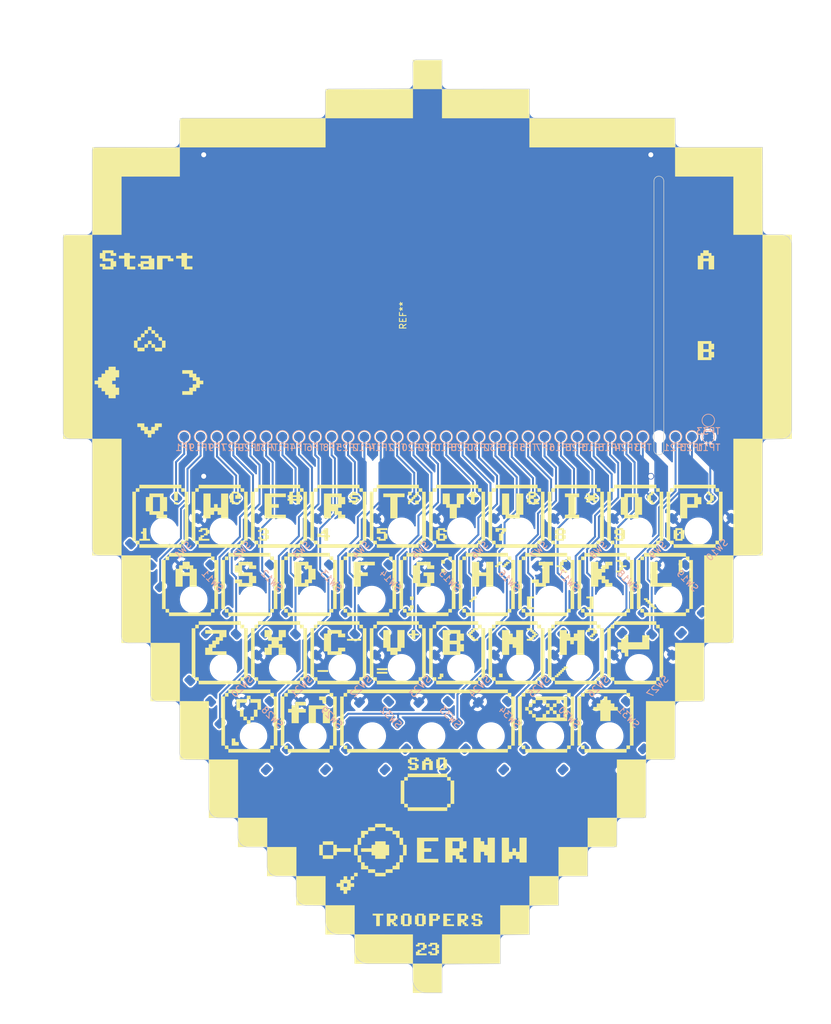
<source format=kicad_pcb>
(kicad_pcb (version 20221018) (generator pcbnew)
  (layers (0 "F.Cu" signal) (31 "B.Cu" signal) (34 "B.Paste" user) (35 "F.Paste" user) (36 "B.SilkS" user "B.Silkscreen") (37 "F.SilkS" user "F.Silkscreen") (38 "B.Mask" user) (39 "F.Mask" user) (44 "Edge.Cuts" user))
  (net 0 "")
  (net 1 "GND")
  (net 2 "/KEY0")
  (net 3 "/KEY8")
  (net 4 "/KEY16")
  (net 5 "/KEY24")
  (net 6 "/KEY1")
  (net 7 "/KEY9")
  (net 8 "/KEY17")
  (net 9 "/KEY25")
  (net 10 "/KEY2")
  (net 11 "/KEY10")
  (net 12 "/KEY18")
  (net 13 "/KEY26")
  (net 14 "/KEY3")
  (net 15 "/KEY11")
  (net 16 "/KEY19")
  (net 17 "/KEY27")
  (net 18 "/KEY4")
  (net 19 "/KEY12")
  (net 20 "/KEY20")
  (net 21 "/KEY28")
  (net 22 "/KEY5")
  (net 23 "/KEY13")
  (net 24 "/KEY21")
  (net 25 "/KEY29")
  (net 26 "/KEY6")
  (net 27 "/KEY14")
  (net 28 "/KEY22")
  (net 29 "/KEY30")
  (net 30 "/KEY7")
  (net 31 "/KEY15")
  (net 32 "/KEY23")
  (net 33 "/KEY31")
  (footprint "jeffmakes-kicad-library:Z280IT009" (layer "F.Cu") (at -28.6 -56 90)
    (fp_text reference "REF**")
    (fp_text value "Z280IT009")
    (fp_line (start -20.5 37.8) (end 20.5 37.8) (stroke (width 0.1)) (layer "Edge.Cuts"))
    (fp_line (start 20.5 39.3) (end -20.5 39.3) (stroke (width 0.1)) (layer "Edge.Cuts"))
    (fp_arc (start -20.5 39.3) (mid -21.25 38.55) (end -20.5 37.8) (stroke (width 0.1)) (layer "Edge.Cuts"))
    (fp_arc (start 20.5 37.8) (mid 21.25 38.55) (end 20.5 39.3) (stroke (width 0.1)) (layer "Edge.Cuts"))
  )
  (footprint "tr23-svg2sz:tr23-r1-svg2sz" (layer "F.Cu") (at -5.975 -20)
    (fp_text reference "Ref**" hide)
    (fp_text value "Val**" hide)
    (fp_line (start -74.999734 -47.81804) (end -74.999734 -18.19314) (stroke (width 0.1)) (layer "Edge.Cuts"))
    (fp_line (start -74.999734 -18.19314) (end -74.979434 -17.99114) (stroke (width 0.1)) (layer "Edge.Cuts"))
    (fp_line (start -74.989534 -47.91874) (end -74.999734 -47.81804) (stroke (width 0.1)) (layer "Edge.Cuts"))
    (fp_line (start -74.979434 -17.99114) (end -74.921134 -17.80414) (stroke (width 0.1)) (layer "Edge.Cuts"))
    (fp_line (start -74.960434 -48.01254) (end -74.989534 -47.91874) (stroke (width 0.1)) (layer "Edge.Cuts"))
    (fp_line (start -74.921134 -17.80414) (end -74.828934 -17.63414) (stroke (width 0.1)) (layer "Edge.Cuts"))
    (fp_line (start -74.914334 -48.09744) (end -74.960434 -48.01254) (stroke (width 0.1)) (layer "Edge.Cuts"))
    (fp_line (start -74.853334 -48.17134) (end -74.914334 -48.09744) (stroke (width 0.1)) (layer "Edge.Cuts"))
    (fp_line (start -74.828934 -17.63414) (end -74.706834 -17.48614) (stroke (width 0.1)) (layer "Edge.Cuts"))
    (fp_line (start -74.779334 -48.23234) (end -74.853334 -48.17134) (stroke (width 0.1)) (layer "Edge.Cuts"))
    (fp_line (start -74.706834 -17.48614) (end -74.558834 -17.36414) (stroke (width 0.1)) (layer "Edge.Cuts"))
    (fp_line (start -74.694534 -48.27844) (end -74.779334 -48.23234) (stroke (width 0.1)) (layer "Edge.Cuts"))
    (fp_line (start -74.600734 -48.30764) (end -74.694534 -48.27844) (stroke (width 0.1)) (layer "Edge.Cuts"))
    (fp_line (start -74.558834 -17.36414) (end -74.389034 -17.27214) (stroke (width 0.1)) (layer "Edge.Cuts"))
    (fp_line (start -74.500034 -48.31784) (end -74.600734 -48.30764) (stroke (width 0.1)) (layer "Edge.Cuts"))
    (fp_line (start -74.389034 -17.27214) (end -74.201334 -17.21314) (stroke (width 0.1)) (layer "Edge.Cuts"))
    (fp_line (start -74.201334 -17.21314) (end -73.999834 -17.19314) (stroke (width 0.1)) (layer "Edge.Cuts"))
    (fp_line (start -73.999834 -17.19314) (end -70.551934 -17.19164) (stroke (width 0.1)) (layer "Edge.Cuts"))
    (fp_line (start -70.551934 -61.15164) (end -70.551934 -49.31774) (stroke (width 0.1)) (layer "Edge.Cuts"))
    (fp_line (start -70.551934 -49.31774) (end -70.551934 -48.30341) (stroke (width 0.1)) (layer "Edge.Cuts"))
    (fp_line (start -70.551934 -48.30341) (end -74.500034 -48.31784) (stroke (width 0.1)) (layer "Edge.Cuts"))
    (fp_line (start -70.551934 -17.19164) (end -70.551934 -16.193127) (stroke (width 0.1)) (layer "Edge.Cuts"))
    (fp_line (start -70.551934 -16.193127) (end -70.551934 -0.402127) (stroke (width 0.1)) (layer "Edge.Cuts"))
    (fp_line (start -70.551934 -0.402127) (end -70.531634 -0.200127) (stroke (width 0.1)) (layer "Edge.Cuts"))
    (fp_line (start -70.541734 -61.25234) (end -70.551934 -61.15164) (stroke (width 0.1)) (layer "Edge.Cuts"))
    (fp_line (start -70.531634 -0.200127) (end -70.473334 -0.013127) (stroke (width 0.1)) (layer "Edge.Cuts"))
    (fp_line (start -70.512634 -61.34614) (end -70.541734 -61.25234) (stroke (width 0.1)) (layer "Edge.Cuts"))
    (fp_line (start -70.473334 -0.013127) (end -70.381134 0.156873) (stroke (width 0.1)) (layer "Edge.Cuts"))
    (fp_line (start -70.466534 -61.43094) (end -70.512634 -61.34614) (stroke (width 0.1)) (layer "Edge.Cuts"))
    (fp_line (start -70.405534 -61.50494) (end -70.466534 -61.43094) (stroke (width 0.1)) (layer "Edge.Cuts"))
    (fp_line (start -70.381134 0.156873) (end -70.259034 0.304873) (stroke (width 0.1)) (layer "Edge.Cuts"))
    (fp_line (start -70.331534 -61.56594) (end -70.405534 -61.50494) (stroke (width 0.1)) (layer "Edge.Cuts"))
    (fp_line (start -70.259034 0.304873) (end -70.111034 0.426873) (stroke (width 0.1)) (layer "Edge.Cuts"))
    (fp_line (start -70.246734 -61.61204) (end -70.331534 -61.56594) (stroke (width 0.1)) (layer "Edge.Cuts"))
    (fp_line (start -70.152934 -61.64114) (end -70.246734 -61.61204) (stroke (width 0.1)) (layer "Edge.Cuts"))
    (fp_line (start -70.111034 0.426873) (end -69.941234 0.519873) (stroke (width 0.1)) (layer "Edge.Cuts"))
    (fp_line (start -69.941234 0.519873) (end -69.753534 0.577873) (stroke (width 0.1)) (layer "Edge.Cuts"))
    (fp_line (start -69.800613 -61.6602) (end -70.152934 -61.64114) (stroke (width 0.1)) (layer "Edge.Cuts"))
    (fp_line (start -69.753534 0.577873) (end -69.552034 0.597873) (stroke (width 0.1)) (layer "Edge.Cuts"))
    (fp_line (start -69.552034 0.597873) (end -66.104134 0.596373) (stroke (width 0.1)) (layer "Edge.Cuts"))
    (fp_line (start -66.104134 0.596373) (end -66.104134 1.597827) (stroke (width 0.1)) (layer "Edge.Cuts"))
    (fp_line (start -66.104134 1.597827) (end -66.104134 12.941827) (stroke (width 0.1)) (layer "Edge.Cuts"))
    (fp_line (start -66.104134 12.941827) (end -66.083834 13.142827) (stroke (width 0.1)) (layer "Edge.Cuts"))
    (fp_line (start -66.083834 13.142827) (end -66.025534 13.330827) (stroke (width 0.1)) (layer "Edge.Cuts"))
    (fp_line (start -66.025534 13.330827) (end -65.933334 13.500827) (stroke (width 0.1)) (layer "Edge.Cuts"))
    (fp_line (start -65.933334 13.500827) (end -65.811234 13.648827) (stroke (width 0.1)) (layer "Edge.Cuts"))
    (fp_line (start -65.811234 13.648827) (end -65.663234 13.770827) (stroke (width 0.1)) (layer "Edge.Cuts"))
    (fp_line (start -65.663234 13.770827) (end -65.493434 13.862827) (stroke (width 0.1)) (layer "Edge.Cuts"))
    (fp_line (start -65.493434 13.862827) (end -65.305734 13.920827) (stroke (width 0.1)) (layer "Edge.Cuts"))
    (fp_line (start -65.305734 13.920827) (end -65.104234 13.941827) (stroke (width 0.1)) (layer "Edge.Cuts"))
    (fp_line (start -65.104234 13.941827) (end -61.656334 13.921297) (stroke (width 0.1)) (layer "Edge.Cuts"))
    (fp_line (start -61.656334 13.921297) (end -61.656334 14.941827) (stroke (width 0.1)) (layer "Edge.Cuts"))
    (fp_line (start -61.656334 14.941827) (end -61.656334 21.837827) (stroke (width 0.1)) (layer "Edge.Cuts"))
    (fp_line (start -61.656334 21.837827) (end -61.636034 22.038827) (stroke (width 0.1)) (layer "Edge.Cuts"))
    (fp_line (start -61.636034 22.038827) (end -61.577734 22.226827) (stroke (width 0.1)) (layer "Edge.Cuts"))
    (fp_line (start -61.577734 22.226827) (end -61.485534 22.396827) (stroke (width 0.1)) (layer "Edge.Cuts"))
    (fp_line (start -61.485534 22.396827) (end -61.363434 22.544827) (stroke (width 0.1)) (layer "Edge.Cuts"))
    (fp_line (start -61.363434 22.544827) (end -61.215534 22.666827) (stroke (width 0.1)) (layer "Edge.Cuts"))
    (fp_line (start -61.215534 22.666827) (end -61.045634 22.758827) (stroke (width 0.1)) (layer "Edge.Cuts"))
    (fp_line (start -61.045634 22.758827) (end -60.857934 22.816827) (stroke (width 0.1)) (layer "Edge.Cuts"))
    (fp_line (start -60.857934 22.816827) (end -60.656434 22.837827) (stroke (width 0.1)) (layer "Edge.Cuts"))
    (fp_line (start -60.656434 22.837827) (end -57.208534 22.841727) (stroke (width 0.1)) (layer "Edge.Cuts"))
    (fp_line (start -57.20857 -65.599444) (end -57.20857 -61.626737) (stroke (width 0.1)) (layer "Edge.Cuts"))
    (fp_line (start -57.20857 -61.626737) (end -69.800613 -61.6602) (stroke (width 0.1)) (layer "Edge.Cuts"))
    (fp_line (start -57.208534 22.841727) (end -57.208534 23.837871) (stroke (width 0.1)) (layer "Edge.Cuts"))
    (fp_line (start -57.208534 23.837871) (end -57.208534 30.73286) (stroke (width 0.1)) (layer "Edge.Cuts"))
    (fp_line (start -57.208534 30.73286) (end -57.188234 30.93486) (stroke (width 0.1)) (layer "Edge.Cuts"))
    (fp_line (start -57.19837 -65.700143) (end -57.20857 -65.599444) (stroke (width 0.1)) (layer "Edge.Cuts"))
    (fp_line (start -57.188234 30.93486) (end -57.129934 31.12286) (stroke (width 0.1)) (layer "Edge.Cuts"))
    (fp_line (start -57.16917 -65.793844) (end -57.19837 -65.700143) (stroke (width 0.1)) (layer "Edge.Cuts"))
    (fp_line (start -57.129934 31.12286) (end -57.037834 31.29186) (stroke (width 0.1)) (layer "Edge.Cuts"))
    (fp_line (start -57.12307 -65.878743) (end -57.16917 -65.793844) (stroke (width 0.1)) (layer "Edge.Cuts"))
    (fp_line (start -57.06207 -65.952743) (end -57.12307 -65.878743) (stroke (width 0.1)) (layer "Edge.Cuts"))
    (fp_line (start -57.037834 31.29186) (end -56.915734 31.43986) (stroke (width 0.1)) (layer "Edge.Cuts"))
    (fp_line (start -56.98807 -66.013744) (end -57.06207 -65.952743) (stroke (width 0.1)) (layer "Edge.Cuts"))
    (fp_line (start -56.915734 31.43986) (end -56.767734 31.56186) (stroke (width 0.1)) (layer "Edge.Cuts"))
    (fp_line (start -56.90327 -66.059843) (end -56.98807 -66.013744) (stroke (width 0.1)) (layer "Edge.Cuts"))
    (fp_line (start -56.80947 -66.088943) (end -56.90327 -66.059843) (stroke (width 0.1)) (layer "Edge.Cuts"))
    (fp_line (start -56.767734 31.56186) (end -56.597834 31.65486) (stroke (width 0.1)) (layer "Edge.Cuts"))
    (fp_line (start -56.70877 -66.099143) (end -56.80947 -66.088943) (stroke (width 0.1)) (layer "Edge.Cuts"))
    (fp_line (start -56.597834 31.65486) (end -56.410134 31.71286) (stroke (width 0.1)) (layer "Edge.Cuts"))
    (fp_line (start -56.410134 31.71286) (end -56.208634 31.73286) (stroke (width 0.1)) (layer "Edge.Cuts"))
    (fp_line (start -56.208634 31.73286) (end -52.760834 31.74846) (stroke (width 0.1)) (layer "Edge.Cuts"))
    (fp_line (start -52.760834 31.74846) (end -52.760834 32.73285) (stroke (width 0.1)) (layer "Edge.Cuts"))
    (fp_line (start -52.760834 32.73285) (end -52.760834 39.12885) (stroke (width 0.1)) (layer "Edge.Cuts"))
    (fp_line (start -52.760834 39.12885) (end -52.753034 39.28185) (stroke (width 0.1)) (layer "Edge.Cuts"))
    (fp_line (start -52.753034 39.28185) (end -52.730334 39.43085) (stroke (width 0.1)) (layer "Edge.Cuts"))
    (fp_line (start -52.730334 39.43085) (end -52.642834 39.71285) (stroke (width 0.1)) (layer "Edge.Cuts"))
    (fp_line (start -52.642834 39.71285) (end -52.504534 39.96685) (stroke (width 0.1)) (layer "Edge.Cuts"))
    (fp_line (start -52.504534 39.96685) (end -52.321334 40.18885) (stroke (width 0.1)) (layer "Edge.Cuts"))
    (fp_line (start -52.321334 40.18885) (end -52.099334 40.37285) (stroke (width 0.1)) (layer "Edge.Cuts"))
    (fp_line (start -52.099334 40.37285) (end -51.844534 40.51085) (stroke (width 0.1)) (layer "Edge.Cuts"))
    (fp_line (start -51.844534 40.51085) (end -51.562934 40.59785) (stroke (width 0.1)) (layer "Edge.Cuts"))
    (fp_line (start -51.562934 40.59785) (end -51.413934 40.62085) (stroke (width 0.1)) (layer "Edge.Cuts"))
    (fp_line (start -51.413934 40.62085) (end -51.260634 40.62885) (stroke (width 0.1)) (layer "Edge.Cuts"))
    (fp_line (start -51.260634 40.62885) (end -48.313034 40.62785) (stroke (width 0.1)) (layer "Edge.Cuts"))
    (fp_line (start -48.313034 40.62785) (end -48.313034 41.62914) (stroke (width 0.1)) (layer "Edge.Cuts"))
    (fp_line (start -48.313034 41.62914) (end -48.313034 43.57614) (stroke (width 0.1)) (layer "Edge.Cuts"))
    (fp_line (start -48.313034 43.57614) (end -48.305234 43.73014) (stroke (width 0.1)) (layer "Edge.Cuts"))
    (fp_line (start -48.305234 43.73014) (end -48.282534 43.87914) (stroke (width 0.1)) (layer "Edge.Cuts"))
    (fp_line (start -48.282534 43.87914) (end -48.195034 44.16014) (stroke (width 0.1)) (layer "Edge.Cuts"))
    (fp_line (start -48.195034 44.16014) (end -48.056734 44.41514) (stroke (width 0.1)) (layer "Edge.Cuts"))
    (fp_line (start -48.056734 44.41514) (end -47.873534 44.63714) (stroke (width 0.1)) (layer "Edge.Cuts"))
    (fp_line (start -47.873534 44.63714) (end -47.651534 44.82014) (stroke (width 0.1)) (layer "Edge.Cuts"))
    (fp_line (start -47.651534 44.82014) (end -47.396734 44.95914) (stroke (width 0.1)) (layer "Edge.Cuts"))
    (fp_line (start -47.396734 44.95914) (end -47.115134 45.04614) (stroke (width 0.1)) (layer "Edge.Cuts"))
    (fp_line (start -47.115134 45.04614) (end -46.966234 45.06914) (stroke (width 0.1)) (layer "Edge.Cuts"))
    (fp_line (start -46.966234 45.06914) (end -46.812834 45.07714) (stroke (width 0.1)) (layer "Edge.Cuts"))
    (fp_line (start -46.812834 45.07714) (end -43.865234 45.07414) (stroke (width 0.1)) (layer "Edge.Cuts"))
    (fp_line (start -43.865234 45.07414) (end -43.865234 46.07709) (stroke (width 0.1)) (layer "Edge.Cuts"))
    (fp_line (start -43.865234 46.07709) (end -43.865234 48.02409) (stroke (width 0.1)) (layer "Edge.Cuts"))
    (fp_line (start -43.865234 48.02409) (end -43.857434 48.17809) (stroke (width 0.1)) (layer "Edge.Cuts"))
    (fp_line (start -43.857434 48.17809) (end -43.834734 48.32709) (stroke (width 0.1)) (layer "Edge.Cuts"))
    (fp_line (start -43.834734 48.32709) (end -43.747234 48.60809) (stroke (width 0.1)) (layer "Edge.Cuts"))
    (fp_line (start -43.747234 48.60809) (end -43.608934 48.86309) (stroke (width 0.1)) (layer "Edge.Cuts"))
    (fp_line (start -43.608934 48.86309) (end -43.425734 49.08509) (stroke (width 0.1)) (layer "Edge.Cuts"))
    (fp_line (start -43.425734 49.08509) (end -43.203734 49.26809) (stroke (width 0.1)) (layer "Edge.Cuts"))
    (fp_line (start -43.203734 49.26809) (end -42.948934 49.40609) (stroke (width 0.1)) (layer "Edge.Cuts"))
    (fp_line (start -42.948934 49.40609) (end -42.667334 49.49409) (stroke (width 0.1)) (layer "Edge.Cuts"))
    (fp_line (start -42.667334 49.49409) (end -42.518434 49.51709) (stroke (width 0.1)) (layer "Edge.Cuts"))
    (fp_line (start -42.518434 49.51709) (end -42.365034 49.52409) (stroke (width 0.1)) (layer "Edge.Cuts"))
    (fp_line (start -42.365034 49.52409) (end -39.416934 49.51909) (stroke (width 0.1)) (layer "Edge.Cuts"))
    (fp_line (start -39.416934 49.51909) (end -39.416934 50.52384) (stroke (width 0.1)) (layer "Edge.Cuts"))
    (fp_line (start -39.416934 50.52384) (end -39.416934 52.47284) (stroke (width 0.1)) (layer "Edge.Cuts"))
    (fp_line (start -39.416934 52.47284) (end -39.409134 52.62584) (stroke (width 0.1)) (layer "Edge.Cuts"))
    (fp_line (start -39.409134 52.62584) (end -39.386434 52.77484) (stroke (width 0.1)) (layer "Edge.Cuts"))
    (fp_line (start -39.386434 52.77484) (end -39.298934 53.05584) (stroke (width 0.1)) (layer "Edge.Cuts"))
    (fp_line (start -39.298934 53.05584) (end -39.160634 53.31084) (stroke (width 0.1)) (layer "Edge.Cuts"))
    (fp_line (start -39.160634 53.31084) (end -38.977434 53.53284) (stroke (width 0.1)) (layer "Edge.Cuts"))
    (fp_line (start -38.977434 53.53284) (end -38.755434 53.71584) (stroke (width 0.1)) (layer "Edge.Cuts"))
    (fp_line (start -38.755434 53.71584) (end -38.500634 53.85484) (stroke (width 0.1)) (layer "Edge.Cuts"))
    (fp_line (start -38.500634 53.85484) (end -38.219034 53.94184) (stroke (width 0.1)) (layer "Edge.Cuts"))
    (fp_line (start -38.219034 53.94184) (end -38.070134 53.96484) (stroke (width 0.1)) (layer "Edge.Cuts"))
    (fp_line (start -38.070134 53.96484) (end -37.916734 53.97284) (stroke (width 0.1)) (layer "Edge.Cuts"))
    (fp_line (start -37.916734 53.97284) (end -37.866634 53.97284) (stroke (width 0.1)) (layer "Edge.Cuts"))
    (fp_line (start -37.866634 53.97284) (end -34.969134 53.99124) (stroke (width 0.1)) (layer "Edge.Cuts"))
    (fp_line (start -35.969034 -66.099143) (end -56.70877 -66.099143) (stroke (width 0.1)) (layer "Edge.Cuts"))
    (fp_line (start -34.969434 -66.099143) (end -35.969034 -66.099143) (stroke (width 0.1)) (layer "Edge.Cuts"))
    (fp_line (start -34.969134 -70.047243) (end -34.969434 -66.099143) (stroke (width 0.1)) (layer "Edge.Cuts"))
    (fp_line (start -34.969134 53.99124) (end -34.969134 54.97285) (stroke (width 0.1)) (layer "Edge.Cuts"))
    (fp_line (start -34.969134 54.97285) (end -34.969134 56.42085) (stroke (width 0.1)) (layer "Edge.Cuts"))
    (fp_line (start -34.969134 56.42085) (end -34.958734 56.62485) (stroke (width 0.1)) (layer "Edge.Cuts"))
    (fp_line (start -34.958934 -70.147943) (end -34.969134 -70.047243) (stroke (width 0.1)) (layer "Edge.Cuts"))
    (fp_line (start -34.958734 56.62485) (end -34.928434 56.82385) (stroke (width 0.1)) (layer "Edge.Cuts"))
    (fp_line (start -34.929734 -70.241643) (end -34.958934 -70.147943) (stroke (width 0.1)) (layer "Edge.Cuts"))
    (fp_line (start -34.928434 56.82385) (end -34.879134 57.01485) (stroke (width 0.1)) (layer "Edge.Cuts"))
    (fp_line (start -34.883734 -70.326543) (end -34.929734 -70.241643) (stroke (width 0.1)) (layer "Edge.Cuts"))
    (fp_line (start -34.879134 57.01485) (end -34.811934 57.19885) (stroke (width 0.1)) (layer "Edge.Cuts"))
    (fp_line (start -34.822634 -70.400443) (end -34.883734 -70.326543) (stroke (width 0.1)) (layer "Edge.Cuts"))
    (fp_line (start -34.811934 57.19885) (end -34.727734 57.37385) (stroke (width 0.1)) (layer "Edge.Cuts"))
    (fp_line (start -34.748734 -70.461544) (end -34.822634 -70.400443) (stroke (width 0.1)) (layer "Edge.Cuts"))
    (fp_line (start -34.727734 57.37385) (end -34.627534 57.53885) (stroke (width 0.1)) (layer "Edge.Cuts"))
    (fp_line (start -34.663834 -70.507543) (end -34.748734 -70.461544) (stroke (width 0.1)) (layer "Edge.Cuts"))
    (fp_line (start -34.627534 57.53885) (end -34.512434 57.69285) (stroke (width 0.1)) (layer "Edge.Cuts"))
    (fp_line (start -34.570134 -70.536744) (end -34.663834 -70.507543) (stroke (width 0.1)) (layer "Edge.Cuts"))
    (fp_line (start -34.512434 57.69285) (end -34.383334 57.83485) (stroke (width 0.1)) (layer "Edge.Cuts"))
    (fp_line (start -34.469434 -70.546943) (end -34.570134 -70.536744) (stroke (width 0.1)) (layer "Edge.Cuts"))
    (fp_line (start -34.383334 57.83485) (end -34.241334 57.96385) (stroke (width 0.1)) (layer "Edge.Cuts"))
    (fp_line (start -34.241334 57.96385) (end -34.087334 58.07885) (stroke (width 0.1)) (layer "Edge.Cuts"))
    (fp_line (start -34.087334 58.07885) (end -33.922534 58.17885) (stroke (width 0.1)) (layer "Edge.Cuts"))
    (fp_line (start -33.922534 58.17885) (end -33.747634 58.26285) (stroke (width 0.1)) (layer "Edge.Cuts"))
    (fp_line (start -33.747634 58.26285) (end -33.563934 58.33085) (stroke (width 0.1)) (layer "Edge.Cuts"))
    (fp_line (start -33.563934 58.33085) (end -33.372234 58.37985) (stroke (width 0.1)) (layer "Edge.Cuts"))
    (fp_line (start -33.372234 58.37985) (end -33.173734 58.40985) (stroke (width 0.1)) (layer "Edge.Cuts"))
    (fp_line (start -33.173734 58.40985) (end -32.969234 58.42085) (stroke (width 0.1)) (layer "Edge.Cuts"))
    (fp_line (start -32.969234 58.42085) (end -30.521334 58.41285) (stroke (width 0.1)) (layer "Edge.Cuts"))
    (fp_line (start -30.521334 58.41285) (end -30.521334 59.4195) (stroke (width 0.1)) (layer "Edge.Cuts"))
    (fp_line (start -30.521334 59.4195) (end -30.521334 60.8675) (stroke (width 0.1)) (layer "Edge.Cuts"))
    (fp_line (start -30.521334 60.8675) (end -30.510934 61.0725) (stroke (width 0.1)) (layer "Edge.Cuts"))
    (fp_line (start -30.510934 61.0725) (end -30.480634 61.2715) (stroke (width 0.1)) (layer "Edge.Cuts"))
    (fp_line (start -30.480634 61.2715) (end -30.431334 61.4625) (stroke (width 0.1)) (layer "Edge.Cuts"))
    (fp_line (start -30.431334 61.4625) (end -30.364134 61.6465) (stroke (width 0.1)) (layer "Edge.Cuts"))
    (fp_line (start -30.364134 61.6465) (end -30.279934 61.8215) (stroke (width 0.1)) (layer "Edge.Cuts"))
    (fp_line (start -30.279934 61.8215) (end -30.179734 61.9865) (stroke (width 0.1)) (layer "Edge.Cuts"))
    (fp_line (start -30.179734 61.9865) (end -30.064634 62.1405) (stroke (width 0.1)) (layer "Edge.Cuts"))
    (fp_line (start -30.064634 62.1405) (end -29.935534 62.2825) (stroke (width 0.1)) (layer "Edge.Cuts"))
    (fp_line (start -29.935534 62.2825) (end -29.793534 62.4115) (stroke (width 0.1)) (layer "Edge.Cuts"))
    (fp_line (start -29.793534 62.4115) (end -29.639634 62.5265) (stroke (width 0.1)) (layer "Edge.Cuts"))
    (fp_line (start -29.639634 62.5265) (end -29.474734 62.6265) (stroke (width 0.1)) (layer "Edge.Cuts"))
    (fp_line (start -29.474734 62.6265) (end -29.299934 62.7105) (stroke (width 0.1)) (layer "Edge.Cuts"))
    (fp_line (start -29.299934 62.7105) (end -29.116134 62.7775) (stroke (width 0.1)) (layer "Edge.Cuts"))
    (fp_line (start -29.116134 62.7775) (end -28.924534 62.8275) (stroke (width 0.1)) (layer "Edge.Cuts"))
    (fp_line (start -28.924534 62.8275) (end -28.725934 62.8575) (stroke (width 0.1)) (layer "Edge.Cuts"))
    (fp_line (start -28.725934 62.8575) (end -28.521434 62.8675) (stroke (width 0.1)) (layer "Edge.Cuts"))
    (fp_line (start -28.521434 62.8675) (end -21.625734 62.8695) (stroke (width 0.1)) (layer "Edge.Cuts"))
    (fp_line (start -21.625734 62.8695) (end -21.625734 63.86738) (stroke (width 0.1)) (layer "Edge.Cuts"))
    (fp_line (start -21.625734 63.86738) (end -21.625734 65.31538) (stroke (width 0.1)) (layer "Edge.Cuts"))
    (fp_line (start -21.625734 65.31538) (end -21.615434 65.52038) (stroke (width 0.1)) (layer "Edge.Cuts"))
    (fp_line (start -21.622634 -74.551344) (end -21.599934 -71.435244) (stroke (width 0.1)) (layer "Edge.Cuts"))
    (fp_line (start -21.615434 65.52038) (end -21.585134 65.71838) (stroke (width 0.1)) (layer "Edge.Cuts"))
    (fp_line (start -21.603734 -74.641944) (end -21.622634 -74.551344) (stroke (width 0.1)) (layer "Edge.Cuts"))
    (fp_line (start -21.599934 -71.435244) (end -21.599934 -70.60422) (stroke (width 0.1)) (layer "Edge.Cuts"))
    (fp_line (start -21.599934 -70.60422) (end -34.469434 -70.546943) (stroke (width 0.1)) (layer "Edge.Cuts"))
    (fp_line (start -21.585134 65.71838) (end -21.535834 65.91038) (stroke (width 0.1)) (layer "Edge.Cuts"))
    (fp_line (start -21.569334 -74.725844) (end -21.603734 -74.641944) (stroke (width 0.1)) (layer "Edge.Cuts"))
    (fp_line (start -21.535834 65.91038) (end -21.468534 66.09438) (stroke (width 0.1)) (layer "Edge.Cuts"))
    (fp_line (start -21.520934 -74.801144) (end -21.569334 -74.725844) (stroke (width 0.1)) (layer "Edge.Cuts"))
    (fp_line (start -21.468534 66.09438) (end -21.384834 66.26838) (stroke (width 0.1)) (layer "Edge.Cuts"))
    (fp_line (start -21.460134 -74.866544) (end -21.520934 -74.801144) (stroke (width 0.1)) (layer "Edge.Cuts"))
    (fp_line (start -21.388834 -74.920144) (end -21.460134 -74.866544) (stroke (width 0.1)) (layer "Edge.Cuts"))
    (fp_line (start -21.384834 66.26838) (end -21.283834 66.43338) (stroke (width 0.1)) (layer "Edge.Cuts"))
    (fp_line (start -21.307834 -74.960444) (end -21.388834 -74.920144) (stroke (width 0.1)) (layer "Edge.Cuts"))
    (fp_line (start -21.283834 66.43338) (end -21.168834 66.58738) (stroke (width 0.1)) (layer "Edge.Cuts"))
    (fp_line (start -21.219834 -74.985844) (end -21.307834 -74.960444) (stroke (width 0.1)) (layer "Edge.Cuts"))
    (fp_line (start -21.168834 66.58738) (end -21.039834 66.72938) (stroke (width 0.1)) (layer "Edge.Cuts"))
    (fp_line (start -21.125834 -74.994744) (end -21.219834 -74.985844) (stroke (width 0.1)) (layer "Edge.Cuts"))
    (fp_line (start -21.125791 -74.99474) (end -21.125834 -74.994744) (stroke (width 0.1)) (layer "Edge.Cuts"))
    (fp_line (start -21.039834 66.72938) (end -20.897834 66.85838) (stroke (width 0.1)) (layer "Edge.Cuts"))
    (fp_line (start -20.897834 66.85838) (end -20.743834 66.97438) (stroke (width 0.1)) (layer "Edge.Cuts"))
    (fp_line (start -20.743834 66.97438) (end -20.578834 67.07438) (stroke (width 0.1)) (layer "Edge.Cuts"))
    (fp_line (start -20.578834 67.07438) (end -20.403834 67.15838) (stroke (width 0.1)) (layer "Edge.Cuts"))
    (fp_line (start -20.403834 67.15838) (end -20.220834 67.22538) (stroke (width 0.1)) (layer "Edge.Cuts"))
    (fp_line (start -20.220834 67.22538) (end -20.028834 67.27438) (stroke (width 0.1)) (layer "Edge.Cuts"))
    (fp_line (start -20.028834 67.27438) (end -19.830834 67.30538) (stroke (width 0.1)) (layer "Edge.Cuts"))
    (fp_line (start -19.830834 67.30538) (end -19.625834 67.31538) (stroke (width 0.1)) (layer "Edge.Cuts"))
    (fp_line (start -19.625834 67.31538) (end -17.177834 67.31538) (stroke (width 0.1)) (layer "Edge.Cuts"))
    (fp_line (start -17.202791 -71.43524) (end -17.177791 -74.99474) (stroke (width 0.1)) (layer "Edge.Cuts"))
    (fp_line (start -17.202791 -70.523118) (end -17.202791 -71.43524) (stroke (width 0.1)) (layer "Edge.Cuts"))
    (fp_line (start -17.177834 62.95737) (end -8.282834 62.86737) (stroke (width 0.1)) (layer "Edge.Cuts"))
    (fp_line (start -17.177834 63.86738) (end -17.177834 62.95737) (stroke (width 0.1)) (layer "Edge.Cuts"))
    (fp_line (start -17.177834 67.31538) (end -17.177834 63.86738) (stroke (width 0.1)) (layer "Edge.Cuts"))
    (fp_line (start -17.177791 -74.99474) (end -21.125791 -74.99474) (stroke (width 0.1)) (layer "Edge.Cuts"))
    (fp_line (start -8.282834 58.48986) (end -3.833834 58.42036) (stroke (width 0.1)) (layer "Edge.Cuts"))
    (fp_line (start -8.282834 59.41937) (end -8.282834 58.48986) (stroke (width 0.1)) (layer "Edge.Cuts"))
    (fp_line (start -8.282834 62.86737) (end -8.282834 59.41937) (stroke (width 0.1)) (layer "Edge.Cuts"))
    (fp_line (start -3.835891 -66.09914) (end -3.833791 -70.54694) (stroke (width 0.1)) (layer "Edge.Cuts"))
    (fp_line (start -3.833834 54.03138) (end -0.936834 53.97238) (stroke (width 0.1)) (layer "Edge.Cuts"))
    (fp_line (start -3.833834 54.97236) (end -3.833834 54.03138) (stroke (width 0.1)) (layer "Edge.Cuts"))
    (fp_line (start -3.833834 58.42036) (end -3.833834 54.97236) (stroke (width 0.1)) (layer "Edge.Cuts"))
    (fp_line (start -3.833791 -70.54694) (end -17.202791 -70.523118) (stroke (width 0.1)) (layer "Edge.Cuts"))
    (fp_line (start -2.833834 -66.09914) (end -3.835891 -66.09914) (stroke (width 0.1)) (layer "Edge.Cuts"))
    (fp_line (start -0.936834 53.97238) (end 0.614166 53.97238) (stroke (width 0.1)) (layer "Edge.Cuts"))
    (fp_line (start 0.614166 49.53007) (end 5.061166 49.52307) (stroke (width 0.1)) (layer "Edge.Cuts"))
    (fp_line (start 0.614166 50.52338) (end 0.614166 49.53007) (stroke (width 0.1)) (layer "Edge.Cuts"))
    (fp_line (start 0.614166 53.97238) (end 0.614166 50.52338) (stroke (width 0.1)) (layer "Edge.Cuts"))
    (fp_line (start 5.061166 45.08671) (end 9.009166 45.07611) (stroke (width 0.1)) (layer "Edge.Cuts"))
    (fp_line (start 5.061166 46.07607) (end 5.061166 45.08671) (stroke (width 0.1)) (layer "Edge.Cuts"))
    (fp_line (start 5.061166 49.52307) (end 5.061166 46.07607) (stroke (width 0.1)) (layer "Edge.Cuts"))
    (fp_line (start 9.009166 45.07611) (end 9.110166 45.06511) (stroke (width 0.1)) (layer "Edge.Cuts"))
    (fp_line (start 9.110166 45.06511) (end 9.204166 45.03611) (stroke (width 0.1)) (layer "Edge.Cuts"))
    (fp_line (start 9.204166 45.03611) (end 9.289166 44.99011) (stroke (width 0.1)) (layer "Edge.Cuts"))
    (fp_line (start 9.289166 44.99011) (end 9.363166 44.92911) (stroke (width 0.1)) (layer "Edge.Cuts"))
    (fp_line (start 9.363166 44.92911) (end 9.424166 44.85511) (stroke (width 0.1)) (layer "Edge.Cuts"))
    (fp_line (start 9.424166 44.85511) (end 9.470166 44.77011) (stroke (width 0.1)) (layer "Edge.Cuts"))
    (fp_line (start 9.470166 44.77011) (end 9.499166 44.67711) (stroke (width 0.1)) (layer "Edge.Cuts"))
    (fp_line (start 9.499166 44.67711) (end 9.509166 44.57611) (stroke (width 0.1)) (layer "Edge.Cuts"))
    (fp_line (start 9.509166 40.64188) (end 13.457166 40.62808) (stroke (width 0.1)) (layer "Edge.Cuts"))
    (fp_line (start 9.509166 41.62811) (end 9.509166 40.64188) (stroke (width 0.1)) (layer "Edge.Cuts"))
    (fp_line (start 9.509166 44.57611) (end 9.509166 41.62811) (stroke (width 0.1)) (layer "Edge.Cuts"))
    (fp_line (start 13.457166 40.62808) (end 13.558166 40.61808) (stroke (width 0.1)) (layer "Edge.Cuts"))
    (fp_line (start 13.558166 40.61808) (end 13.652166 40.58908) (stroke (width 0.1)) (layer "Edge.Cuts"))
    (fp_line (start 13.652166 40.58908) (end 13.737166 40.54208) (stroke (width 0.1)) (layer "Edge.Cuts"))
    (fp_line (start 13.737166 40.54208) (end 13.810166 40.48108) (stroke (width 0.1)) (layer "Edge.Cuts"))
    (fp_line (start 13.810166 40.48108) (end 13.872166 40.40708) (stroke (width 0.1)) (layer "Edge.Cuts"))
    (fp_line (start 13.872166 40.40708) (end 13.918166 40.32308) (stroke (width 0.1)) (layer "Edge.Cuts"))
    (fp_line (start 13.918166 40.32308) (end 13.947166 40.22908) (stroke (width 0.1)) (layer "Edge.Cuts"))
    (fp_line (start 13.947166 40.22908) (end 13.957166 40.12808) (stroke (width 0.1)) (layer "Edge.Cuts"))
    (fp_line (start 13.957166 31.72169) (end 17.905166 31.73209) (stroke (width 0.1)) (layer "Edge.Cuts"))
    (fp_line (start 13.957166 32.73208) (end 13.957166 31.72169) (stroke (width 0.1)) (layer "Edge.Cuts"))
    (fp_line (start 13.957166 40.12808) (end 13.957166 32.73208) (stroke (width 0.1)) (layer "Edge.Cuts"))
    (fp_line (start 17.905166 31.73209) (end 18.006166 31.72209) (stroke (width 0.1)) (layer "Edge.Cuts"))
    (fp_line (start 18.006166 31.72209) (end 18.099166 31.69309) (stroke (width 0.1)) (layer "Edge.Cuts"))
    (fp_line (start 18.099166 31.69309) (end 18.184166 31.64709) (stroke (width 0.1)) (layer "Edge.Cuts"))
    (fp_line (start 18.184166 31.64709) (end 18.258166 31.58609) (stroke (width 0.1)) (layer "Edge.Cuts"))
    (fp_line (start 18.258166 31.58609) (end 18.319166 31.51209) (stroke (width 0.1)) (layer "Edge.Cuts"))
    (fp_line (start 18.319166 31.51209) (end 18.365166 31.42709) (stroke (width 0.1)) (layer "Edge.Cuts"))
    (fp_line (start 18.365166 31.42709) (end 18.395166 31.33309) (stroke (width 0.1)) (layer "Edge.Cuts"))
    (fp_line (start 18.395166 31.33309) (end 18.405166 31.23309) (stroke (width 0.1)) (layer "Edge.Cuts"))
    (fp_line (start 18.404997 -66.09914) (end -2.833834 -66.09914) (stroke (width 0.1)) (layer "Edge.Cuts"))
    (fp_line (start 18.405166 22.875828) (end 22.353166 22.837098) (stroke (width 0.1)) (layer "Edge.Cuts"))
    (fp_line (start 18.405166 23.837101) (end 18.405166 22.875828) (stroke (width 0.1)) (layer "Edge.Cuts"))
    (fp_line (start 18.405166 31.23309) (end 18.405166 23.837101) (stroke (width 0.1)) (layer "Edge.Cuts"))
    (fp_line (start 18.436307 -61.65134) (end 18.404997 -66.09914) (stroke (width 0.1)) (layer "Edge.Cuts"))
    (fp_line (start 19.404993 -61.65134) (end 18.436307 -61.65134) (stroke (width 0.1)) (layer "Edge.Cuts"))
    (fp_line (start 22.353166 22.837098) (end 22.453166 22.826098) (stroke (width 0.1)) (layer "Edge.Cuts"))
    (fp_line (start 22.453166 22.826098) (end 22.547166 22.797098) (stroke (width 0.1)) (layer "Edge.Cuts"))
    (fp_line (start 22.547166 22.797098) (end 22.632166 22.751098) (stroke (width 0.1)) (layer "Edge.Cuts"))
    (fp_line (start 22.632166 22.751098) (end 22.706166 22.690098) (stroke (width 0.1)) (layer "Edge.Cuts"))
    (fp_line (start 22.706166 22.690098) (end 22.767166 22.616098) (stroke (width 0.1)) (layer "Edge.Cuts"))
    (fp_line (start 22.767166 22.616098) (end 22.813166 22.531098) (stroke (width 0.1)) (layer "Edge.Cuts"))
    (fp_line (start 22.813166 22.531098) (end 22.842166 22.438098) (stroke (width 0.1)) (layer "Edge.Cuts"))
    (fp_line (start 22.842166 22.438098) (end 22.853166 22.337098) (stroke (width 0.1)) (layer "Edge.Cuts"))
    (fp_line (start 22.853166 13.914594) (end 26.30117 13.941094) (stroke (width 0.1)) (layer "Edge.Cuts"))
    (fp_line (start 22.853166 14.941098) (end 22.853166 13.914594) (stroke (width 0.1)) (layer "Edge.Cuts"))
    (fp_line (start 22.853166 22.337098) (end 22.853166 14.941098) (stroke (width 0.1)) (layer "Edge.Cuts"))
    (fp_line (start 26.30117 13.941094) (end 26.50217 13.920094) (stroke (width 0.1)) (layer "Edge.Cuts"))
    (fp_line (start 26.50217 13.920094) (end 26.69017 13.862094) (stroke (width 0.1)) (layer "Edge.Cuts"))
    (fp_line (start 26.69017 13.862094) (end 26.86017 13.770094) (stroke (width 0.1)) (layer "Edge.Cuts"))
    (fp_line (start 26.86017 13.770094) (end 27.00817 13.648094) (stroke (width 0.1)) (layer "Edge.Cuts"))
    (fp_line (start 27.00817 13.648094) (end 27.13017 13.500094) (stroke (width 0.1)) (layer "Edge.Cuts"))
    (fp_line (start 27.13017 13.500094) (end 27.22217 13.330094) (stroke (width 0.1)) (layer "Edge.Cuts"))
    (fp_line (start 27.22217 13.330094) (end 27.28117 13.142094) (stroke (width 0.1)) (layer "Edge.Cuts"))
    (fp_line (start 27.28117 13.142094) (end 27.30117 12.941094) (stroke (width 0.1)) (layer "Edge.Cuts"))
    (fp_line (start 27.30117 0.632147) (end 30.74917 0.597097) (stroke (width 0.1)) (layer "Edge.Cuts"))
    (fp_line (start 27.30117 1.597094) (end 27.30117 0.632147) (stroke (width 0.1)) (layer "Edge.Cuts"))
    (fp_line (start 27.30117 12.941094) (end 27.30117 1.597094) (stroke (width 0.1)) (layer "Edge.Cuts"))
    (fp_line (start 30.74917 0.597097) (end 30.95017 0.577097) (stroke (width 0.1)) (layer "Edge.Cuts"))
    (fp_line (start 30.95017 0.577097) (end 31.13817 0.519097) (stroke (width 0.1)) (layer "Edge.Cuts"))
    (fp_line (start 31.13817 0.519097) (end 31.30817 0.426097) (stroke (width 0.1)) (layer "Edge.Cuts"))
    (fp_line (start 31.30817 0.426097) (end 31.45617 0.304097) (stroke (width 0.1)) (layer "Edge.Cuts"))
    (fp_line (start 31.45617 0.304097) (end 31.57817 0.156097) (stroke (width 0.1)) (layer "Edge.Cuts"))
    (fp_line (start 31.57817 0.156097) (end 31.67017 -0.013903) (stroke (width 0.1)) (layer "Edge.Cuts"))
    (fp_line (start 31.67017 -0.013903) (end 31.72817 -0.200903) (stroke (width 0.1)) (layer "Edge.Cuts"))
    (fp_line (start 31.72817 -0.200903) (end 31.74917 -0.402903) (stroke (width 0.1)) (layer "Edge.Cuts"))
    (fp_line (start 31.74917 -61.65134) (end 19.404993 -61.65134) (stroke (width 0.1)) (layer "Edge.Cuts"))
    (fp_line (start 31.74917 -17.120622) (end 34.69617 -17.193902) (stroke (width 0.1)) (layer "Edge.Cuts"))
    (fp_line (start 31.74917 -16.193903) (end 31.74917 -17.120622) (stroke (width 0.1)) (layer "Edge.Cuts"))
    (fp_line (start 31.74917 -0.402903) (end 31.74917 -16.193903) (stroke (width 0.1)) (layer "Edge.Cuts"))
    (fp_line (start 31.77376 -48.318602) (end 31.74917 -61.65134) (stroke (width 0.1)) (layer "Edge.Cuts"))
    (fp_line (start 32.74917 -48.318602) (end 31.77376 -48.318602) (stroke (width 0.1)) (layer "Edge.Cuts"))
    (fp_line (start 34.69617 -48.318602) (end 32.74917 -48.318602) (stroke (width 0.1)) (layer "Edge.Cuts"))
    (fp_line (start 34.69617 -17.193902) (end 34.85017 -17.201902) (stroke (width 0.1)) (layer "Edge.Cuts"))
    (fp_line (start 34.85017 -48.310802) (end 34.69617 -48.318602) (stroke (width 0.1)) (layer "Edge.Cuts"))
    (fp_line (start 34.85017 -17.201902) (end 34.99917 -17.223902) (stroke (width 0.1)) (layer "Edge.Cuts"))
    (fp_line (start 34.99917 -48.288102) (end 34.85017 -48.310802) (stroke (width 0.1)) (layer "Edge.Cuts"))
    (fp_line (start 34.99917 -17.223902) (end 35.28017 -17.311902) (stroke (width 0.1)) (layer "Edge.Cuts"))
    (fp_line (start 35.28017 -48.200602) (end 34.99917 -48.288102) (stroke (width 0.1)) (layer "Edge.Cuts"))
    (fp_line (start 35.28017 -17.311902) (end 35.53517 -17.449902) (stroke (width 0.1)) (layer "Edge.Cuts"))
    (fp_line (start 35.53517 -48.062302) (end 35.28017 -48.200602) (stroke (width 0.1)) (layer "Edge.Cuts"))
    (fp_line (start 35.53517 -17.449902) (end 35.75717 -17.632902) (stroke (width 0.1)) (layer "Edge.Cuts"))
    (fp_line (start 35.75717 -47.879102) (end 35.53517 -48.062302) (stroke (width 0.1)) (layer "Edge.Cuts"))
    (fp_line (start 35.75717 -17.632902) (end 35.94017 -17.854902) (stroke (width 0.1)) (layer "Edge.Cuts"))
    (fp_line (start 35.94017 -47.657102) (end 35.75717 -47.879102) (stroke (width 0.1)) (layer "Edge.Cuts"))
    (fp_line (start 35.94017 -17.854902) (end 36.07817 -18.109902) (stroke (width 0.1)) (layer "Edge.Cuts"))
    (fp_line (start 36.07817 -47.402302) (end 35.94017 -47.657102) (stroke (width 0.1)) (layer "Edge.Cuts"))
    (fp_line (start 36.07817 -18.109902) (end 36.16617 -18.391902) (stroke (width 0.1)) (layer "Edge.Cuts"))
    (fp_line (start 36.16617 -47.120702) (end 36.07817 -47.402302) (stroke (width 0.1)) (layer "Edge.Cuts"))
    (fp_line (start 36.16617 -18.391902) (end 36.18917 -18.540902) (stroke (width 0.1)) (layer "Edge.Cuts"))
    (fp_line (start 36.18917 -46.971802) (end 36.16617 -47.120702) (stroke (width 0.1)) (layer "Edge.Cuts"))
    (fp_line (start 36.18917 -18.540902) (end 36.19617 -18.693902) (stroke (width 0.1)) (layer "Edge.Cuts"))
    (fp_line (start 36.19617 -46.818402) (end 36.18917 -46.971802) (stroke (width 0.1)) (layer "Edge.Cuts"))
    (fp_line (start 36.19617 -18.693902) (end 36.19617 -46.818402) (stroke (width 0.1)) (layer "Edge.Cuts"))
  )
  (footprint "jeffmakes-kicad-library:SW_SPST_TACT_6x6_REV_MOUNT" (layer "B.Cu") (at -33.796 8.15 135)
    (fp_text reference "SW32")
    (fp_text value "REV_TACT")
  )
  (footprint "TestPoint:TestPoint_Pad_D1.5mm" (layer "B.Cu") (at -45 -37.5)
    (fp_text reference "TP4")
    (fp_text value "~")
  )
  (footprint "TestPoint:TestPoint_Pad_D1.5mm" (layer "B.Cu") (at -2.5 -37.5)
    (fp_text reference "TP26")
    (fp_text value "~")
  )
  (footprint "jeffmakes-kicad-library:SW_SPST_TACT_6x6_REV_MOUNT" (layer "B.Cu") (at 6.916 -23.09 45)
    (fp_text reference "SW9")
    (fp_text value "REV_TACT")
  )
  (footprint "jeffmakes-kicad-library:SW_SPST_TACT_6x6_REV_MOUNT" (layer "B.Cu") (at -51.988 -12.67 135)
    (fp_text reference "SW12")
    (fp_text value "REV_TACT")
  )
  (footprint "TestPoint:TestPoint_Pad_D1.5mm" (layer "B.Cu") (at -27.5 -37.5)
    (fp_text reference "TP20")
    (fp_text value "~")
  )
  (footprint "jeffmakes-kicad-library:SW_SPST_TACT_6x6_REV_MOUNT" (layer "B.Cu") (at -56.518 -23.09 45)
    (fp_text reference "SW2")
    (fp_text value "REV_TACT")
  )
  (footprint "TestPoint:TestPoint_Pad_D1.5mm" (layer "B.Cu") (at -20 -37.5)
    (fp_text reference "TP28")
    (fp_text value "~")
  )
  (footprint "jeffmakes-kicad-library:SW_SPST_TACT_6x6_REV_MOUNT" (layer "B.Cu") (at -33.864 -12.67 135)
    (fp_text reference "SW14")
    (fp_text value "REV_TACT")
  )
  (footprint "TestPoint:TestPoint_Pad_D1.5mm" (layer "B.Cu") (at -15 -37.5)
    (fp_text reference "TP32")
    (fp_text value "~")
  )
  (footprint "TestPoint:TestPoint_Pad_D1.5mm" (layer "B.Cu") (at -12.5 -37.5)
    (fp_text reference "TP18")
    (fp_text value "~")
  )
  (footprint "TestPoint:TestPoint_Pad_D1.5mm" (layer "B.Cu") (at -40 -37.5)
    (fp_text reference "TP8")
    (fp_text value "~")
  )
  (footprint "jeffmakes-kicad-library:SW_SPST_TACT_6x6_REV_MOUNT" (layer "B.Cu") (at 2.384 -12.67 135)
    (fp_text reference "SW18")
    (fp_text value "REV_TACT")
  )
  (footprint "TestPoint:TestPoint_Pad_D1.5mm" (layer "B.Cu") (at -7.5 -37.5)
    (fp_text reference "TP7")
    (fp_text value "~")
  )
  (footprint "jeffmakes-kicad-library:SW_SPST_TACT_6x6_REV_MOUNT" (layer "B.Cu") (at -11.208 -23.09 45)
    (fp_text reference "SW7")
    (fp_text value "REV_TACT")
  )
  (footprint "TestPoint:TestPoint_Pad_D1.5mm" (layer "B.Cu") (at -30 -37.5)
    (fp_text reference "TP2")
    (fp_text value "~")
  )
  (footprint "TestPoint:TestPoint_Pad_D1.5mm" (layer "B.Cu") (at -35 -37.5)
    (fp_text reference "TP12")
    (fp_text value "~")
  )
  (footprint "jeffmakes-kicad-library:SW_SPST_TACT_6x6_REV_MOUNT" (layer "B.Cu") (at 15.978 -23.09 45)
    (fp_text reference "SW10")
    (fp_text value "REV_TACT")
  )
  (footprint "jeffmakes-kicad-library:SW_SPST_TACT_6x6_REV_MOUNT" (layer "B.Cu") (at -29.332 -23.09 45)
    (fp_text reference "SW5")
    (fp_text value "REV_TACT")
  )
  (footprint "TestPoint:TestPoint_Pad_D1.5mm" (layer "B.Cu") (at -37.5 -37.5)
    (fp_text reference "TP25")
    (fp_text value "~")
  )
  (footprint "jeffmakes-kicad-library:SW_SPST_TACT_6x6_REV_MOUNT" (layer "B.Cu") (at -6.61 8.15 135)
    (fp_text reference "SW30")
    (fp_text value "REV_TACT")
  )
  (footprint "TestPoint:TestPoint_Pad_D1.5mm" (layer "B.Cu") (at -50 -37.5)
    (fp_text reference "TP31")
    (fp_text value "~")
  )
  (footprint "TestPoint:TestPoint_Pad_D1.5mm" (layer "B.Cu") (at -17.5 -37.5)
    (fp_text reference "TP30")
    (fp_text value "~")
  )
  (footprint "TestPoint:TestPoint_Pad_D1.5mm" (layer "B.Cu") (at 15 -37.5)
    (fp_text reference "TP23")
    (fp_text value "~")
  )
  (footprint "TestPoint:TestPoint_Pad_D1.5mm" (layer "B.Cu") (at 17.5 -37.5)
    (fp_text reference "TP11")
    (fp_text value "~")
  )
  (footprint "TestPoint:TestPoint_Pad_D1.5mm" (layer "B.Cu") (at -47.5 -37.5)
    (fp_text reference "TP17")
    (fp_text value "~")
  )
  (footprint "jeffmakes-kicad-library:SW_SPST_TACT_6x6_REV_MOUNT" (layer "B.Cu") (at -11.21 -2.26 45)
    (fp_text reference "SW25")
    (fp_text value "REV_TACT")
  )
  (footprint "TestPoint:TestPoint_Pad_D1.5mm" (layer "B.Cu") (at -22.5 -37.5)
    (fp_text reference "TP10")
    (fp_text value "~")
  )
  (footprint "jeffmakes-kicad-library:SW_SPST_TACT_6x6_REV_MOUNT" (layer "B.Cu") (at -29.334 -2.26 45)
    (fp_text reference "SW23")
    (fp_text value "REV_TACT")
  )
  (footprint "TestPoint:TestPoint_Pad_D1.5mm" (layer "B.Cu") (at 17.5 -40)
    (fp_text reference "TP33")
    (fp_text value "~")
  )
  (footprint "jeffmakes-kicad-library:SW_SPST_TACT_6x6_REV_MOUNT" (layer "B.Cu") (at -24.734 8.15 135)
    (fp_text reference "SW33")
    (fp_text value "REV_TACT")
  )
  (footprint "jeffmakes-kicad-library:SW_SPST_TACT_6x6_REV_MOUNT" (layer "B.Cu") (at -2.148 -2.26 45)
    (fp_text reference "SW26")
    (fp_text value "REV_TACT")
  )
  (footprint "jeffmakes-kicad-library:SW_SPST_TACT_6x6_REV_MOUNT" (layer "B.Cu") (at -65.58 -23.09 45)
    (fp_text reference "SW1")
    (fp_text value "REV_TACT")
  )
  (footprint "jeffmakes-kicad-library:SW_SPST_TACT_6x6_REV_MOUNT" (layer "B.Cu") (at -47.456 -23.09 45)
    (fp_text reference "SW3")
    (fp_text value "REV_TACT")
  )
  (footprint "TestPoint:TestPoint_Pad_D1.5mm" (layer "B.Cu") (at -60 -37.5)
    (fp_text reference "TP19")
    (fp_text value "~")
  )
  (footprint "jeffmakes-kicad-library:SW_SPST_TACT_6x6_REV_MOUNT" (layer "B.Cu") (at -56.52 -2.26 45)
    (fp_text reference "SW20")
    (fp_text value "REV_TACT")
  )
  (footprint "jeffmakes-kicad-library:SW_SPST_TACT_6x6_REV_MOUNT" (layer "B.Cu") (at 2.452 8.15 135)
    (fp_text reference "SW31")
    (fp_text value "REV_TACT")
  )
  (footprint "TestPoint:TestPoint_Pad_D1.5mm" (layer "B.Cu") (at -25 -37.5)
    (fp_text reference "TP22")
    (fp_text value "~")
  )
  (footprint "TestPoint:TestPoint_Pad_D1.5mm" (layer "B.Cu") (at 12.5 -37.5)
    (fp_text reference "TP21")
    (fp_text value "~")
  )
  (footprint "jeffmakes-kicad-library:SW_SPST_TACT_6x6_REV_MOUNT" (layer "B.Cu") (at -42.858 8.15 135)
    (fp_text reference "SW29")
    (fp_text value "REV_TACT")
  )
  (footprint "jeffmakes-kicad-library:SW_SPST_TACT_6x6_REV_MOUNT" (layer "B.Cu") (at -38.394 -23.09 45)
    (fp_text reference "SW4")
    (fp_text value "REV_TACT")
  )
  (footprint "jeffmakes-kicad-library:SW_SPST_TACT_6x6_REV_MOUNT" (layer "B.Cu") (at -24.802 -12.67 135)
    (fp_text reference "SW15")
    (fp_text value "REV_TACT")
  )
  (footprint "jeffmakes-kicad-library:SW_SPST_TACT_6x6_REV_MOUNT" (layer "B.Cu") (at -51.92 8.15 135)
    (fp_text reference "SW28")
    (fp_text value "REV_TACT")
  )
  (footprint "TestPoint:TestPoint_Pad_D1.5mm" (layer "B.Cu") (at -57.5 -37.5)
    (fp_text reference "TP9")
    (fp_text value "~")
  )
  (footprint "jeffmakes-kicad-library:SW_SPST_TACT_6x6_REV_MOUNT" (layer "B.Cu") (at -20.27 -23.09 45)
    (fp_text reference "SW6")
    (fp_text value "REV_TACT")
  )
  (footprint "TestPoint:TestPoint_Pad_D1.5mm" (layer "B.Cu") (at -52.5 -37.5)
    (fp_text reference "TP29")
    (fp_text value "~")
  )
  (footprint "jeffmakes-kicad-library:SW_SPST_TACT_6x6_REV_MOUNT" (layer "B.Cu") (at -6.678 -12.67 135)
    (fp_text reference "SW17")
    (fp_text value "REV_TACT")
  )
  (footprint "jeffmakes-kicad-library:SW_SPST_TACT_6x6_REV_MOUNT" (layer "B.Cu") (at -15.74 -12.67 135)
    (fp_text reference "SW16")
    (fp_text value "REV_TACT")
  )
  (footprint "jeffmakes-kicad-library:SW_SPST_TACT_6x6_REV_MOUNT" (layer "B.Cu") (at 6.914 -2.26 45)
    (fp_text reference "SW27")
    (fp_text value "REV_TACT")
  )
  (footprint "jeffmakes-kicad-library:SW_SPST_TACT_6x6_REV_MOUNT" (layer "B.Cu") (at 11.446 -12.67 135)
    (fp_text reference "SW19")
    (fp_text value "REV_TACT")
  )
  (footprint "TestPoint:TestPoint_Pad_D1.5mm" (layer "B.Cu") (at -55 -37.5)
    (fp_text reference "TP27")
    (fp_text value "~")
  )
  (footprint "jeffmakes-kicad-library:SW_SPST_TACT_6x6_REV_MOUNT" (layer "B.Cu") (at -15.672 8.15 135)
    (fp_text reference "SW34")
    (fp_text value "REV_TACT")
  )
  (footprint "jeffmakes-kicad-library:SW_SPST_TACT_6x6_REV_MOUNT" (layer "B.Cu") (at -2.146 -23.09 45)
    (fp_text reference "SW8")
    (fp_text value "REV_TACT")
  )
  (footprint "TestPoint:TestPoint_Pad_D1.5mm" (layer "B.Cu") (at 2.5 -37.5)
    (fp_text reference "TP15")
    (fp_text value "~")
  )
  (footprint "TestPoint:TestPoint_Pad_D1.5mm" (layer "B.Cu") (at -32.5 -37.5)
    (fp_text reference "TP14")
    (fp_text value "~")
  )
  (footprint "jeffmakes-kicad-library:SW_SPST_TACT_6x6_REV_MOUNT" (layer "B.Cu") (at -38.396 -2.26 45)
    (fp_text reference "SW22")
    (fp_text value "REV_TACT")
  )
  (footprint "jeffmakes-kicad-library:SW_SPST_TACT_6x6_REV_MOUNT" (layer "B.Cu") (at -61.05 -12.67 135)
    (fp_text reference "SW11")
    (fp_text value "REV_TACT")
  )
  (footprint "jeffmakes-kicad-library:SW_SPST_TACT_6x6_REV_MOUNT" (layer "B.Cu") (at -47.458 -2.26 45)
    (fp_text reference "SW21")
    (fp_text value "REV_TACT")
  )
  (footprint "TestPoint:TestPoint_Pad_D1.5mm" (layer "B.Cu") (at -10 -37.5)
    (fp_text reference "TP5")
    (fp_text value "~")
  )
  (footprint "TestPoint:TestPoint_Pad_D1.5mm" (layer "B.Cu") (at 7.5 -37.5)
    (fp_text reference "TP3")
    (fp_text value "~")
  )
  (footprint "jeffmakes-kicad-library:SW_SPST_TACT_6x6_REV_MOUNT" (layer "B.Cu") (at -20.272 -2.26 45)
    (fp_text reference "SW24")
    (fp_text value "REV_TACT")
  )
  (footprint "TestPoint:TestPoint_Pad_D1.5mm" (layer "B.Cu") (at 0 -37.5)
    (fp_text reference "TP13")
    (fp_text value "~")
  )
  (footprint "TestPoint:TestPoint_Pad_D1.5mm" (layer "B.Cu") (at 5 -37.5)
    (fp_text reference "TP24")
    (fp_text value "~")
  )
  (footprint "TestPoint:TestPoint_Pad_D1.5mm" (layer "B.Cu") (at -62.5 -37.5)
    (fp_text reference "TP1")
    (fp_text value "~")
  )
  (footprint "TestPoint:TestPoint_Pad_D1.5mm" (layer "B.Cu") (at -42.5 -37.5)
    (fp_text reference "TP6")
    (fp_text value "~")
  )
  (footprint "TestPoint:TestPoint_Pad_D1.5mm" (layer "B.Cu") (at -5 -37.5)
    (fp_text reference "TP16")
    (fp_text value "~")
  )
  (footprint "jeffmakes-kicad-library:SW_SPST_TACT_6x6_REV_MOUNT" (layer "B.Cu") (at -42.926 -12.67 135)
    (fp_text reference "SW13")
    (fp_text value "REV_TACT")
  )
  (segment (start -63.75 -28.331068) (end -63.75 -33.65) (width 0.3) (layer "B.Cu") (net 2))
  (segment (start -62.5 -34.9) (end -62.5 -37.5) (width 0.3) (layer "B.Cu") (net 2))
  (segment (start -63.635456 -28.216524) (end -63.75 -28.331068) (width 0.3) (layer "B.Cu") (net 2))
  (segment (start -63.75 -33.65) (end -62.5 -34.9) (width 0.3) (layer "B.Cu") (net 2))
  (segment (start -57.5 -34.5) (end -57.5 -37.5) (width 0.3) (layer "B.Cu") (net 3))
  (segment (start -54.573456 -28.216524) (end -54.573456 -31.573456) (width 0.3) (layer "B.Cu") (net 3))
  (segment (start -54.573456 -31.573456) (end -57.5 -34.5) (width 0.3) (layer "B.Cu") (net 3))
  (segment (start -47.5 -37.5) (end -47.5 -34.7) (width 0.3) (layer "B.Cu") (net 4))
  (segment (start -47.5 -34.7) (end -45.511456 -32.711456) (width 0.3) (layer "B.Cu") (net 4))
  (segment (start -45.511456 -28.216524) (end -45.511456 -32.488544) (width 0.3) (layer "B.Cu") (net 4))
  (segment (start -45.511456 -32.488544) (end -45.5 -32.5) (width 0.3) (layer "B.Cu") (net 4))
  (segment (start -45.511456 -32.711456) (end -45.511456 -32.488544) (width 0.3) (layer "B.Cu") (net 4))
  (segment (start -37.5 -37.5) (end -37.5 -34.7) (width 0.3) (layer "B.Cu") (net 5))
  (segment (start -37.5 -34.7) (end -36.449456 -33.649456) (width 0.3) (layer "B.Cu") (net 5))
  (segment (start -36.449456 -33.649456) (end -36.449456 -28.216524) (width 0.3) (layer "B.Cu") (net 5))
  (segment (start -30 -37.5) (end -30 -34.6) (width 0.3) (layer "B.Cu") (net 6))
  (segment (start -30 -34.6) (end -27.387456 -31.987456) (width 0.3) (layer "B.Cu") (net 6))
  (segment (start -27.387456 -31.987456) (end -27.387456 -28.216524) (width 0.3) (layer "B.Cu") (net 6))
  (segment (start -22.5 -37.5) (end -22.5 -34.7) (width 0.3) (layer "B.Cu") (net 7))
  (segment (start -18.4 -30.6) (end -18.4 -28.291068) (width 0.3) (layer "B.Cu") (net 7))
  (segment (start -22.5 -34.7) (end -18.4 -30.6) (width 0.3) (layer "B.Cu") (net 7))
  (segment (start -18.4 -28.291068) (end -18.325456 -28.216524) (width 0.3) (layer "B.Cu") (net 7))
  (segment (start -9.263456 -28.216524) (end -9.263456 -31.2) (width 0.3) (layer "B.Cu") (net 8))
  (segment (start -12.5 -34.436544) (end -9.263456 -31.2) (width 0.3) (layer "B.Cu") (net 8))
  (segment (start -12.5 -37.5) (end -12.5 -34.436544) (width 0.3) (layer "B.Cu") (net 8))
  (segment (start -2.5 -37.5) (end -2.5 -34.698544) (width 0.3) (layer "B.Cu") (net 9))
  (segment (start -2.5 -34.698544) (end -0.201456 -32.4) (width 0.3) (layer "B.Cu") (net 9))
  (segment (start -0.201456 -28.216524) (end -0.201456 -32.4) (width 0.3) (layer "B.Cu") (net 9))
  (segment (start 7.5 -29.577068) (end 7.5 -37.5) (width 0.3) (layer "B.Cu") (net 10))
  (segment (start 8.860544 -28.216524) (end 7.5 -29.577068) (width 0.3) (layer "B.Cu") (net 10))
  (segment (start 17.5 -34.5) (end 17.5 -37.5) (width 0.3) (layer "B.Cu") (net 11))
  (segment (start 17.8 -34.2) (end 17.5 -34.5) (width 0.3) (layer "B.Cu") (net 11))
  (segment (start 17.922544 -28.216524) (end 17.8 -28.339068) (width 0.3) (layer "B.Cu") (net 11))
  (segment (start 17.8 -28.339068) (end 17.8 -34.2) (width 0.3) (layer "B.Cu") (net 11))
  (segment (start -60 -34.6) (end -60 -37.5) (width 0.3) (layer "B.Cu") (net 12))
  (segment (start -63 -26.5) (end -62 -27.5) (width 0.3) (layer "B.Cu") (net 12))
  (segment (start -62 -32.6) (end -60 -34.6) (width 0.3) (layer "B.Cu") (net 12))
  (segment (start -66.176524 -14.614544) (end -66.176524 -18.823476) (width 0.3) (layer "B.Cu") (net 12))
  (segment (start -66.176524 -18.823476) (end -63 -22) (width 0.3) (layer "B.Cu") (net 12))
  (segment (start -62 -27.5) (end -62 -32.6) (width 0.3) (layer "B.Cu") (net 12))
  (segment (start -63 -22) (end -63 -26.5) (width 0.3) (layer "B.Cu") (net 12))
  (segment (start -52 -31.65) (end -52 -27.25) (width 0.3) (layer "B.Cu") (net 13))
  (segment (start -52 -27.25) (end -54 -25.25) (width 0.3) (layer "B.Cu") (net 13))
  (segment (start -54 -22.25) (end -57.114524 -19.135476) (width 0.3) (layer "B.Cu") (net 13))
  (segment (start -55 -34.65) (end -52 -31.65) (width 0.3) (layer "B.Cu") (net 13))
  (segment (start -57.114524 -19.135476) (end -57.114524 -14.614544) (width 0.3) (layer "B.Cu") (net 13))
  (segment (start -54 -25.25) (end -54 -22.25) (width 0.3) (layer "B.Cu") (net 13))
  (segment (start -55 -37.5) (end -55 -34.65) (width 0.3) (layer "B.Cu") (net 13))
  (segment (start -48.052524 -19.311495) (end -48.052524 -14.614544) (width 0.3) (layer "B.Cu") (net 14))
  (segment (start -45 -37.5) (end -45 -34.8) (width 0.3) (layer "B.Cu") (net 14))
  (segment (start -45 -22.364019) (end -48.052524 -19.311495) (width 0.3) (layer "B.Cu") (net 14))
  (segment (start -43 -32.8) (end -43 -27.25) (width 0.3) (layer "B.Cu") (net 14))
  (segment (start -43 -27.25) (end -45 -25.25) (width 0.3) (layer "B.Cu") (net 14))
  (segment (start -45 -34.8) (end -43 -32.8) (width 0.3) (layer "B.Cu") (net 14))
  (segment (start -45 -25.25) (end -45 -22.364019) (width 0.3) (layer "B.Cu") (net 14))
  (segment (start -36 -22.302019) (end -38.990524 -19.311495) (width 0.3) (layer "B.Cu") (net 15))
  (segment (start -38.990524 -19.311495) (end -38.990524 -14.614544) (width 0.3) (layer "B.Cu") (net 15))
  (segment (start -36 -25.25) (end -36 -22.302019) (width 0.3) (layer "B.Cu") (net 15))
  (segment (start -35 -26.25) (end -36 -25.25) (width 0.3) (layer "B.Cu") (net 15))
  (segment (start -35 -37.5) (end -35 -26.25) (width 0.3) (layer "B.Cu") (net 15))
  (segment (start -27.5 -34.7) (end -27.5 -37.5) (width 0.3) (layer "B.Cu") (net 16))
  (segment (start -24.75 -27.45) (end -24.75 -31.95) (width 0.3) (layer "B.Cu") (net 16))
  (segment (start -26.75 -25.45) (end -24.75 -27.45) (width 0.3) (layer "B.Cu") (net 16))
  (segment (start -29.928524 -14.614544) (end -29.928524 -19.311495) (width 0.3) (layer "B.Cu") (net 16))
  (segment (start -29.928524 -19.311495) (end -26.75 -22.490019) (width 0.3) (layer "B.Cu") (net 16))
  (segment (start -24.75 -31.95) (end -27.5 -34.7) (width 0.3) (layer "B.Cu") (net 16))
  (segment (start -26.75 -22.490019) (end -26.75 -25.45) (width 0.3) (layer "B.Cu") (net 16))
  (segment (start -17.6 -22.578019) (end -17.6 -25.15) (width 0.3) (layer "B.Cu") (net 17))
  (segment (start -20.866524 -19.311495) (end -17.6 -22.578019) (width 0.3) (layer "B.Cu") (net 17))
  (segment (start -20.866524 -14.614544) (end -20.866524 -19.311495) (width 0.3) (layer "B.Cu") (net 17))
  (segment (start -15.75 -27) (end -15.75 -30.4) (width 0.3) (layer "B.Cu") (net 17))
  (segment (start -17.6 -25.15) (end -15.75 -27) (width 0.3) (layer "B.Cu") (net 17))
  (segment (start -20 -34.65) (end -20 -37.5) (width 0.3) (layer "B.Cu") (net 17))
  (segment (start -15.75 -30.4) (end -20 -34.65) (width 0.3) (layer "B.Cu") (net 17))
  (segment (start -10 -37.5) (end -10 -34.5) (width 0.3) (layer "B.Cu") (net 18))
  (segment (start -10 -34.5) (end -6.5 -31) (width 0.3) (layer "B.Cu") (net 18))
  (segment (start -8.499501 -25.794097) (end -6.5 -27.793598) (width 0.3) (layer "B.Cu") (net 18))
  (segment (start -11.804524 -14.614544) (end -11.804524 -19.311496) (width 0.3) (layer "B.Cu") (net 18))
  (segment (start -11.804524 -19.311496) (end -8.499501 -22.616519) (width 0.3) (layer "B.Cu") (net 18))
  (segment (start -8.499501 -22.616519) (end -8.499501 -25.794097) (width 0.3) (layer "B.Cu") (net 18))
  (segment (start -6.5 -27.793598) (end -6.5 -31) (width 0.3) (layer "B.Cu") (net 18))
  (segment (start 0.2 -25.45) (end 2.75 -28) (width 0.3) (layer "B.Cu") (net 19))
  (segment (start 2.75 -28) (end 2.75 -31.8) (width 0.3) (layer "B.Cu") (net 19))
  (segment (start -2.742524 -19.311496) (end 0.2 -22.25402) (width 0.3) (layer "B.Cu") (net 19))
  (segment (start 2.75 -31.8) (end 0 -34.55) (width 0.3) (layer "B.Cu") (net 19))
  (segment (start -2.742524 -14.614544) (end -2.742524 -19.311496) (width 0.3) (layer "B.Cu") (net 19))
  (segment (start 0 -34.55) (end 0 -37.5) (width 0.3) (layer "B.Cu") (net 19))
  (segment (start 0.2 -22.25402) (end 0.2 -25.45) (width 0.3) (layer "B.Cu") (net 19))
  (segment (start 12.5 -29.25) (end 12.5 -37.5) (width 0.3) (layer "B.Cu") (net 20))
  (segment (start 6.319476 -14.614544) (end 6.319476 -18.875492) (width 0.3) (layer "B.Cu") (net 20))
  (segment (start 6.319476 -18.875492) (end 10 -22.556016) (width 0.3) (layer "B.Cu") (net 20))
  (segment (start 10 -22.556016) (end 10 -26.75) (width 0.3) (layer "B.Cu") (net 20))
  (segment (start 10 -26.75) (end 12.5 -29.25) (width 0.3) (layer "B.Cu") (net 20))
  (segment (start -51 -27.25) (end -53.4 -24.85) (width 0.3) (layer "B.Cu") (net 21))
  (segment (start -53.4 -24.85) (end -53.4 -21.9968) (width 0.3) (layer "B.Cu") (net 21))
  (segment (start -55.25 -20.1468) (end -55.25 -16.75) (width 0.3) (layer "B.Cu") (net 21))
  (segment (start -55.25 -16.75) (end -54.575456 -16.075456) (width 0.3) (layer "B.Cu") (net 21))
  (segment (start -52.4 -34.6) (end -51 -33.2) (width 0.3) (layer "B.Cu") (net 21))
  (segment (start -52.5 -37.5) (end -52.4 -37.4) (width 0.3) (layer "B.Cu") (net 21))
  (segment (start -51 -33.2) (end -51 -27.25) (width 0.3) (layer "B.Cu") (net 21))
  (segment (start -53.4 -21.9968) (end -55.25 -20.1468) (width 0.3) (layer "B.Cu") (net 21))
  (segment (start -52.4 -37.4) (end -52.4 -34.6) (width 0.3) (layer "B.Cu") (net 21))
  (segment (start -54.575456 -16.075456) (end -54.575456 -7.386524) (width 0.3) (layer "B.Cu") (net 21))
  (segment (start -46.25 -20.25) (end -46.25 -16.75) (width 0.3) (layer "B.Cu") (net 22))
  (segment (start -42.5 -37.5) (end -42.5 -34.7) (width 0.3) (layer "B.Cu") (net 22))
  (segment (start -42.5 -34.7) (end -42 -34.2) (width 0.3) (layer "B.Cu") (net 22))
  (segment (start -46.25 -16.75) (end -45.513456 -16.013456) (width 0.3) (layer "B.Cu") (net 22))
  (segment (start -45.513456 -16.013456) (end -45.513456 -7.386524) (width 0.3) (layer "B.Cu") (net 22))
  (segment (start -42 -27.25) (end -44.25 -25) (width 0.3) (layer "B.Cu") (net 22))
  (segment (start -44.25 -25) (end -44.25 -22.25) (width 0.3) (layer "B.Cu") (net 22))
  (segment (start -44.25 -22.25) (end -46.25 -20.25) (width 0.3) (layer "B.Cu") (net 22))
  (segment (start -42 -34.2) (end -42 -27.25) (width 0.3) (layer "B.Cu") (net 22))
  (segment (start -36.451456 -15.951456) (end -36.451456 -7.386524) (width 0.3) (layer "B.Cu") (net 23))
  (segment (start -32.5 -27.75) (end -35.4 -24.85) (width 0.3) (layer "B.Cu") (net 23))
  (segment (start -35.4 -21.85) (end -37.25 -20) (width 0.3) (layer "B.Cu") (net 23))
  (segment (start -37.25 -16.75) (end -36.451456 -15.951456) (width 0.3) (layer "B.Cu") (net 23))
  (segment (start -32.5 -37.5) (end -32.5 -27.75) (width 0.3) (layer "B.Cu") (net 23))
  (segment (start -35.4 -24.85) (end -35.4 -21.85) (width 0.3) (layer "B.Cu") (net 23))
  (segment (start -37.25 -20) (end -37.25 -16.75) (width 0.3) (layer "B.Cu") (net 23))
  (segment (start -28 -20.5) (end -28 -16.5) (width 0.3) (layer "B.Cu") (net 24))
  (segment (start -25 -34.6) (end -23.75 -33.35) (width 0.3) (layer "B.Cu") (net 24))
  (segment (start -26 -22.5) (end -28 -20.5) (width 0.3) (layer "B.Cu") (net 24))
  (segment (start -26 -25.25) (end -26 -22.5) (width 0.3) (layer "B.Cu") (net 24))
  (segment (start -23.75 -33.35) (end -23.75 -27.5) (width 0.3) (layer "B.Cu") (net 24))
  (segment (start -28 -16.5) (end -27.389456 -15.889456) (width 0.3) (layer "B.Cu") (net 24))
  (segment (start -27.389456 -15.889456) (end -27.389456 -7.386524) (width 0.3) (layer "B.Cu") (net 24))
  (segment (start -25 -37.5) (end -25 -34.6) (width 0.3) (layer "B.Cu") (net 24))
  (segment (start -23.75 -27.5) (end -26 -25.25) (width 0.3) (layer "B.Cu") (net 24))
  (segment (start -14.75 -31.55) (end -17.5 -34.3) (width 0.3) (layer "B.Cu") (net 25))
  (segment (start -17.5 -34.3) (end -17.5 -37.5) (width 0.3) (layer "B.Cu") (net 25))
  (segment (start -17 -22.25) (end -17 -25) (width 0.3) (layer "B.Cu") (net 25))
  (segment (start -14.75 -27.25) (end -14.75 -31.55) (width 0.3) (layer "B.Cu") (net 25))
  (segment (start -17 -25) (end -14.75 -27.25) (width 0.3) (layer "B.Cu") (net 25))
  (segment (start -18.327456 -7.386524) (end -18.327456 -16.077456) (width 0.3) (layer "B.Cu") (net 25))
  (segment (start -18.327456 -16.077456) (end -19 -16.75) (width 0.3) (layer "B.Cu") (net 25))
  (segment (start -19 -16.75) (end -19 -20.25) (width 0.3) (layer "B.Cu") (net 25))
  (segment (start -19 -20.25) (end -17 -22.25) (width 0.3) (layer "B.Cu") (net 25))
  (segment (start -7.5 -34.55) (end -5.75 -32.8) (width 0.3) (layer "B.Cu") (net 26))
  (segment (start -8 -25.5) (end -5.75 -27.75) (width 0.3) (layer "B.Cu") (net 26))
  (segment (start -9.265456 -16.015456) (end -10 -16.75) (width 0.3) (layer "B.Cu") (net 26))
  (segment (start -5.75 -27.75) (end -5.75 -32.8) (width 0.3) (layer "B.Cu") (net 26))
  (segment (start -7.5 -37.5) (end -7.5 -34.55) (width 0.3) (layer "B.Cu") (net 26))
  (segment (start -9.265456 -7.386524) (end -9.265456 -16.015456) (width 0.3) (layer "B.Cu") (net 26))
  (segment (start -10 -16.75) (end -10 -20.409618) (width 0.3) (layer "B.Cu") (net 26))
  (segment (start -8 -22.409618) (end -8 -25.5) (width 0.3) (layer "B.Cu") (net 26))
  (segment (start -10 -20.409618) (end -8 -22.409618) (width 0.3) (layer "B.Cu") (net 26))
  (segment (start 0.8 -25.3) (end 0.8 -22.147618) (width 0.3) (layer "B.Cu") (net 27))
  (segment (start 3.75 -33.5) (end 3.75 -28.25) (width 0.3) (layer "B.Cu") (net 27))
  (segment (start 2.5 -34.75) (end 3.75 -33.5) (width 0.3) (layer "B.Cu") (net 27))
  (segment (start 3.75 -28.25) (end 0.8 -25.3) (width 0.3) (layer "B.Cu") (net 27))
  (segment (start -0.203456 -15.953456) (end -0.203456 -7.386524) (width 0.3) (layer "B.Cu") (net 27))
  (segment (start -1 -16.75) (end -0.203456 -15.953456) (width 0.3) (layer "B.Cu") (net 27))
  (segment (start -1 -20.347618) (end -1 -16.75) (width 0.3) (layer "B.Cu") (net 27))
  (segment (start 0.8 -22.147618) (end -1 -20.347618) (width 0.3) (layer "B.Cu") (net 27))
  (segment (start 2.5 -37.5) (end 2.5 -34.75) (width 0.3) (layer "B.Cu") (net 27))
  (segment (start 8.25 -15.75) (end 8.25 -20.099614) (width 0.3) (layer "B.Cu") (net 28))
  (segment (start 8.858544 -15.141456) (end 8.25 -15.75) (width 0.3) (layer "B.Cu") (net 28))
  (segment (start 15 -31) (end 15 -37.5) (width 0.3) (layer "B.Cu") (net 28))
  (segment (start 10.5 -22.349614) (end 10.5 -26.5) (width 0.3) (layer "B.Cu") (net 28))
  (segment (start 8.858544 -7.386524) (end 8.858544 -15.141456) (width 0.3) (layer "B.Cu") (net 28))
  (segment (start 8.25 -20.099614) (end 10.5 -22.349614) (width 0.3) (layer "B.Cu") (net 28))
  (segment (start 10.5 -26.5) (end 15 -31) (width 0.3) (layer "B.Cu") (net 28))
  (segment (start -49 -25.25) (end -50.6 -23.65) (width 0.3) (layer "B.Cu") (net 29))
  (segment (start -50 -37.5) (end -50 -34.6) (width 0.3) (layer "B.Cu") (net 29))
  (segment (start -50.6 -23.65) (end -50.6 -17.1) (width 0.3) (layer "B.Cu") (net 29))
  (segment (start -50 -34.6) (end -49 -33.6) (width 0.3) (layer "B.Cu") (net 29))
  (segment (start -53.25 -2) (end -57.046524 1.796524) (width 0.3) (layer "B.Cu") (net 29))
  (segment (start -57.046524 1.796524) (end -57.046524 6.205456) (width 0.3) (layer "B.Cu") (net 29))
  (segment (start -49.5 -10.25) (end -53.25 -6.5) (width 0.3) (layer "B.Cu") (net 29))
  (segment (start -49 -33.6) (end -49 -25.25) (width 0.3) (layer "B.Cu") (net 29))
  (segment (start -50.6 -17.1) (end -49.5 -16) (width 0.3) (layer "B.Cu") (net 29))
  (segment (start -53.25 -6.5) (end -53.25 -2) (width 0.3) (layer "B.Cu") (net 29))
  (segment (start -49.5 -16) (end -49.5 -10.25) (width 0.3) (layer "B.Cu") (net 29))
  (segment (start -40.5 -10.25) (end -44.333126 -6.416874) (width 0.3) (layer "B.Cu") (net 30))
  (segment (start -40 -34.7) (end -39.5 -34.2) (width 0.3) (layer "B.Cu") (net 30))
  (segment (start -40.5 -16) (end -40.5 -10.25) (width 0.3) (layer "B.Cu") (net 30))
  (segment (start -41.75 -23.5) (end -41.75 -17.25) (width 0.3) (layer "B.Cu") (net 30))
  (segment (start -41.75 -17.25) (end -40.5 -16) (width 0.3) (layer "B.Cu") (net 30))
  (segment (start -47.984524 1.734524) (end -47.984524 6.205456) (width 0.3) (layer "B.Cu") (net 30))
  (segment (start -39.5 -34.2) (end -39.5 -25.75) (width 0.3) (layer "B.Cu") (net 30))
  (segment (start -44.333126 -1.916874) (end -47.984524 1.734524) (width 0.3) (layer "B.Cu") (net 30))
  (segment (start -44.333126 -6.416874) (end -44.333126 -1.916874) (width 0.3) (layer "B.Cu") (net 30))
  (segment (start -40 -37.5) (end -40 -34.7) (width 0.3) (layer "B.Cu") (net 30))
  (segment (start -39.5 -25.75) (end -41.75 -23.5) (width 0.3) (layer "B.Cu") (net 30))
  (segment (start -3 -26) (end -3 -32.6) (width 0.3) (layer "B.Cu") (net 31))
  (segment (start -4.25 -10.25) (end -7.75 -6.75) (width 0.3) (layer "B.Cu") (net 31))
  (segment (start -5 -34.6) (end -3 -32.6) (width 0.3) (layer "B.Cu") (net 31))
  (segment (start -7.75 -1.75) (end -11.736524 2.236524) (width 0.3) (layer "B.Cu") (net 31))
  (segment (start -5.5 -23.5) (end -3 -26) (width 0.3) (layer "B.Cu") (net 31))
  (segment (start -5.5 -20) (end -5.5 -16.75) (width 0.3) (layer "B.Cu") (net 31))
  (segment (start -5 -37.5) (end -5 -34.6) (width 0.3) (layer "B.Cu") (net 31))
  (segment (start -7.75 -6.75) (end -7.75 -1.75) (width 0.3) (layer "B.Cu") (net 31))
  (segment (start -4.25 -15.5) (end -4.25 -10.25) (width 0.3) (layer "B.Cu") (net 31))
  (segment (start -11.736524 2.236524) (end -11.736524 6.205456) (width 0.3) (layer "B.Cu") (net 31))
  (segment (start -5.5 -20) (end -5.5 -23.5) (width 0.3) (layer "B.Cu") (net 31))
  (segment (start -5.5 -16.75) (end -4.25 -15.5) (width 0.3) (layer "B.Cu") (net 31))
  (segment (start 1.25 -7.5) (end 5 -11.25) (width 0.3) (layer "B.Cu") (net 32))
  (segment (start -2.674524 6.205456) (end -2.674524 2.174524) (width 0.3) (layer "B.Cu") (net 32))
  (segment (start 5 -34.85) (end 6.25 -33.6) (width 0.3) (layer "B.Cu") (net 32))
  (segment (start 5 -15) (end 3.75 -16.25) (width 0.3) (layer "B.Cu") (net 32))
  (segment (start 6.25 -26.25) (end 6.25 -33.6) (width 0.3) (layer "B.Cu") (net 32))
  (segment (start 3.75 -16.25) (end 3.75 -23.75) (width 0.3) (layer "B.Cu") (net 32))
  (segment (start -2.674524 2.174524) (end 1.25 -1.75) (width 0.3) (layer "B.Cu") (net 32))
  (segment (start 1.25 -1.75) (end 1.25 -7.5) (width 0.3) (layer "B.Cu") (net 32))
  (segment (start 5 -37.5) (end 5 -34.85) (width 0.3) (layer "B.Cu") (net 32))
  (segment (start 3.75 -23.75) (end 6.25 -26.25) (width 0.3) (layer "B.Cu") (net 32))
  (segment (start 5 -11.25) (end 5 -15) (width 0.3) (layer "B.Cu") (net 32))
  (segment (start -14.4 -20) (end -13.6 -20.8) (width 0.3) (layer "B.Cu") (net 33))
  (segment (start -13.6 -24.4) (end -11.75 -26.25) (width 0.3) (layer "B.Cu") (net 33))
  (segment (start -15 -34.6) (end -15 -37.5) (width 0.3) (layer "B.Cu") (net 33))
  (segment (start -14.4 -16.9) (end -14.4 -20) (width 0.3) (layer "B.Cu") (net 33))
  (segment (start -11.75 -31.35) (end -15 -34.6) (width 0.3) (layer "B.Cu") (net 33))
  (segment (start -13.6 -20.8) (end -13.6 -24.4) (width 0.3) (layer "B.Cu") (net 33))
  (segment (start -13.25 -10.25) (end -13.25 -15.75) (width 0.3) (layer "B.Cu") (net 33))
  (segment (start -13.25 -15.75) (end -14.4 -16.9) (width 0.3) (layer "B.Cu") (net 33))
  (segment (start -11.75 -26.25) (end -11.75 -31.35) (width 0.3) (layer "B.Cu") (net 33))
  (segment (start -16.75 -2.25) (end -16.75 -6.75) (width 0.3) (layer "B.Cu") (net 33))
  (segment (start -29.75 4.75) (end -37.467068 4.75) (width 0.3) (layer "B.Cu") (net 33))
  (segment (start -22.25398 4.75) (end -29.75 4.75) (width 0.3) (layer "B.Cu") (net 33))
  (segment (start -20.798524 1.798524) (end -16.75 -2.25) (width 0.3) (layer "B.Cu") (net 33))
  (segment (start -29.75 4.75) (end -29.860524 4.860524) (width 0.3) (layer "B.Cu") (net 33))
  (segment (start -16.75 -6.75) (end -13.25 -10.25) (width 0.3) (layer "B.Cu") (net 33))
  (segment (start -20.798524 6.205456) (end -22.25398 4.75) (width 0.3) (layer "B.Cu") (net 33))
  (segment (start -37.467068 4.75) (end -38.922524 6.205456) (width 0.3) (layer "B.Cu") (net 33))
  (segment (start -29.860524 4.860524) (end -29.860524 6.205456) (width 0.3) (layer "B.Cu") (net 33))
  (segment (start -20.798524 6.205456) (end -20.798524 1.798524) (width 0.3) (layer "B.Cu") (net 33))
  (zone (net 1) (net_name "GND") (layer "B.Cu") (connect_pads (clearance 0.25)) (min_thickness 0.25) (fill yes (thermal_gap 0.5) (thermal_bridge_width 0.5))
    (polygon (pts (xy 36.248 -104.13) (xy -90.62 -104.13) (xy -90.62 52.065) (xy 36.248 52.065)))
  )
)
</source>
